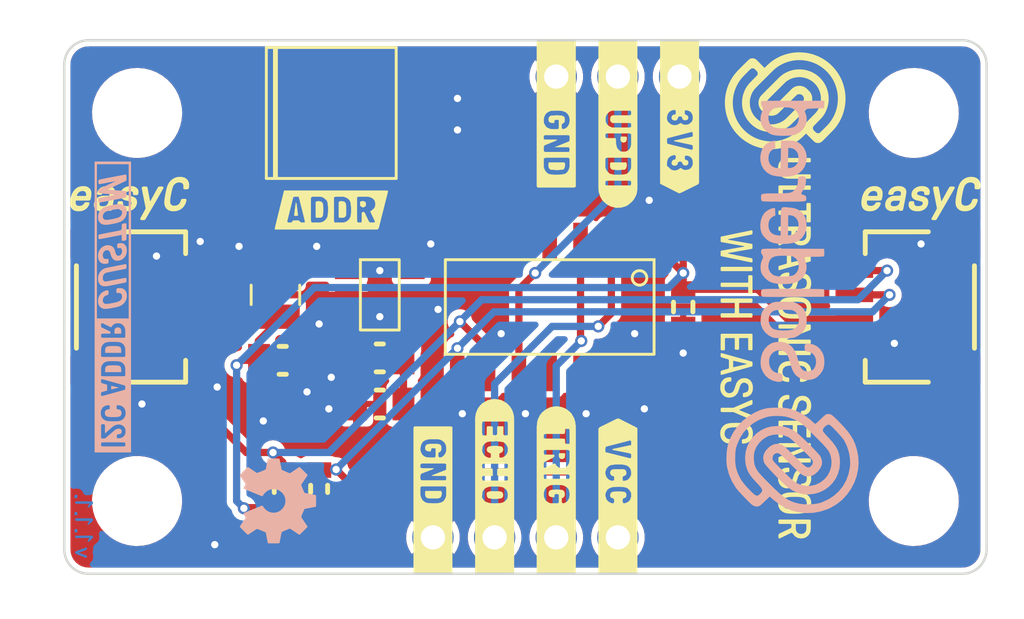
<source format=kicad_pcb>
(kicad_pcb (version 20211014) (generator pcbnew)
  (title_block (title "Ultrasonic sensor with easyC") (date "2021-06-09") (rev "V1.1.1.") (company "SOLDERED") (comment 1 "333001"))
  (layers (0 "F.Cu" signal) (31 "B.Cu" signal) (34 "B.Paste" user) (35 "F.Paste" user) (36 "B.SilkS" user "B.Silkscreen") (37 "F.SilkS" user "F.Silkscreen") (38 "B.Mask" user) (39 "F.Mask" user) (44 "Edge.Cuts" user))
  (net 0 "")
  (net 1 "GND")
  (net 2 "3V3")
  (net 3 "5V")
  (net 4 "TRIG")
  (net 5 "ECHO")
  (net 6 "SDA")
  (net 7 "SCL")
  (net 8 "UPDI")
  (net 9 "ADD3")
  (net 10 "ADD2")
  (net 11 "ADD1")
  (net 12 "Net-(L1-Pad1)")
  (footprint "Soldered Graphics:Logo-Back-SolderedFULL-17mm" (layer "F.Cu") (at 110 119 -90)
    (fp_text reference "REF**" hide)
    (fp_text value "Logo-Front-SolderedFULL-17mm" hide)
  )
  (footprint "buzzardLabel" (layer "F.Cu") (at 100.27 130.4 -90)
    (fp_text reference "" (at 0 0 90) (layer "F.SilkS") (effects (font (size 1.27 1.27))))
    (fp_text value "" (at 0 0 90) (layer "F.SilkS") (effects (font (size 1.27 1.27))))
  )
  (footprint "e-radionica.com footprinti:HOLE_3.2mm" (layer "F.Cu") (at 83 127 -90)
    (fp_text reference "H1" hide)
    (fp_text value "HOLE_3.2mm" hide)
    (pad "" np_thru_hole circle locked (at 0 0 270) (size 3.2 3.2) (drill 3.2) (layers F&B.Cu *.Mask))
  )
  (footprint "buzzardLabel" (layer "F.Cu") (at 91 115)
    (fp_text reference "" (at 0 0) (layer "F.SilkS") (effects (font (size 1.27 1.27))))
    (fp_text value "" (at 0 0) (layer "F.SilkS") (effects (font (size 1.27 1.27))))
  )
  (footprint "e-radionica.com footprinti:DSHP03TS-S" (layer "F.Cu") (at 91 111)
    (fp_text reference "K5")
    (fp_text value "DSHP03TS-S")
    (pad "1" smd rect locked (at -3.81 -1.27 90) (size 0.76 1.27) (layers "F.Cu" "F.Paste" "F.Mask") (net 11 "ADD1"))
    (pad "2" smd rect locked (at 3.81 -1.27 90) (size 0.76 1.27) (layers "F.Cu" "F.Paste" "F.Mask") (net 1 "GND"))
    (pad "3" smd rect locked (at -3.81 0 90) (size 0.76 1.27) (layers "F.Cu" "F.Paste" "F.Mask") (net 10 "ADD2"))
    (pad "4" smd rect locked (at 3.81 0 90) (size 0.76 1.27) (layers "F.Cu" "F.Paste" "F.Mask") (net 1 "GND"))
    (pad "5" smd rect locked (at -3.81 1.27 90) (size 0.76 1.27) (layers "F.Cu" "F.Paste" "F.Mask") (net 9 "ADD3"))
    (pad "6" smd rect locked (at 3.81 1.27 90) (size 0.76 1.27) (layers "F.Cu" "F.Paste" "F.Mask") (net 1 "GND"))
  )
  (footprint "e-radionica.com footprinti:0805C" (layer "F.Cu") (at 89 121.2 180)
    (fp_text reference "C4")
    (fp_text value "C1608X7S1A475K080AC")
    (pad "1" smd rect locked (at -0.975 0 270) (size 1.35 0.9) (layers "F.Cu" "F.Paste" "F.Mask") (net 1 "GND"))
    (pad "2" smd rect locked (at 0.975 0 270) (size 1.35 0.9) (layers "F.Cu" "F.Paste" "F.Mask") (net 2 "3V3"))
  )
  (footprint "e-radionica.com footprinti:0603R" (layer "F.Cu") (at 90.5 126.5 -90)
    (fp_text reference "R1")
    (fp_text value "10k")
    (pad "1" smd rect locked (at -0.775 0) (size 1 0.64) (layers "F.Cu" "F.Paste" "F.Mask") (net 6 "SDA"))
    (pad "2" smd rect locked (at 0.775 0) (size 1 0.64) (layers "F.Cu" "F.Paste" "F.Mask") (net 2 "3V3"))
  )
  (footprint "Soldered Graphics:Logo-Front-easyC-5mm" (layer "F.Cu") (at 115.3 114.5)
    (fp_text reference "G***" hide)
    (fp_text value "LOGO" hide)
  )
  (footprint "e-radionica.com footprinti:easyC-connector" (layer "F.Cu") (at 83.3 119 90)
    (fp_text reference "K2")
    (fp_text value "easyC-SMD")
    (pad "1" smd rect locked (at -1.5 2.15 90) (size 0.6 1.55) (layers "F.Cu" "F.Paste" "F.Mask") (net 7 "SCL"))
    (pad "2" smd rect locked (at -0.5 2.15 90) (size 0.6 1.55) (layers "F.Cu" "F.Paste" "F.Mask") (net 6 "SDA"))
    (pad "3" smd rect locked (at 0.5 2.15 90) (size 0.6 1.55) (layers "F.Cu" "F.Paste" "F.Mask") (net 2 "3V3"))
    (pad "4" smd rect locked (at 1.5 2.15 90) (size 0.6 1.55) (layers "F.Cu" "F.Paste" "F.Mask") (net 1 "GND"))
    (pad "5" smd rect locked (at 2.6 -2.15 90) (size 1.2 1.8) (layers "F.Cu" "F.Paste" "F.Mask") (net 1 "GND"))
    (pad "5" smd rect locked (at -2.6 -2.15 90) (size 1.2 1.8) (layers "F.Cu" "F.Paste" "F.Mask") (net 1 "GND"))
  )
  (footprint "Soldered Graphics:Logo-Front-easyC-5mm" (layer "F.Cu") (at 82.7 114.5)
    (fp_text reference "G***" hide)
    (fp_text value "LOGO" hide)
  )
  (footprint "e-radionica.com footprinti:0805C" (layer "F.Cu") (at 93 121.1)
    (fp_text reference "C2")
    (fp_text value "CL10A226MPCNUBE")
    (pad "1" smd rect locked (at -0.975 0 90) (size 1.35 0.9) (layers "F.Cu" "F.Paste" "F.Mask") (net 1 "GND"))
    (pad "2" smd rect locked (at 0.975 0 90) (size 1.35 0.9) (layers "F.Cu" "F.Paste" "F.Mask") (net 3 "5V"))
  )
  (footprint "e-radionica.com footprinti:0805C" (layer "F.Cu") (at 93 123)
    (fp_text reference "C3")
    (fp_text value "CL10A226MPCNUBE")
    (pad "1" smd rect locked (at -0.975 0 90) (size 1.35 0.9) (layers "F.Cu" "F.Paste" "F.Mask") (net 1 "GND"))
    (pad "2" smd rect locked (at 0.975 0 90) (size 1.35 0.9) (layers "F.Cu" "F.Paste" "F.Mask") (net 3 "5V"))
  )
  (footprint "Soldered Graphics:Logo-Back-OSH-3.5mm" (layer "F.Cu") (at 88.8 127 -90)
    (fp_text reference "G***" hide)
    (fp_text value "LOGO" hide)
  )
  (footprint "e-radionica.com footprinti:HOLE_3.2mm" (layer "F.Cu") (at 115 111 -90)
    (fp_text reference "H3" hide)
    (fp_text value "HOLE_3.2mm" hide)
    (pad "" np_thru_hole circle locked (at 0 0 270) (size 3.2 3.2) (drill 3.2) (layers F&B.Cu *.Mask))
  )
  (footprint "kibuzzard-62454551" (layer "F.Cu") (at 108.9 120.7 -90)
    (fp_text reference "kibuzzard-62454551" hide)
    (fp_text value "G***" hide)
  )
  (footprint "e-radionica.com footprinti:easyC-connector" (layer "F.Cu") (at 114.7 119 -90)
    (fp_text reference "K4")
    (fp_text value "easyC-SMD")
    (pad "1" smd rect locked (at -1.5 2.15 270) (size 0.6 1.55) (layers "F.Cu" "F.Paste" "F.Mask") (net 7 "SCL"))
    (pad "2" smd rect locked (at -0.5 2.15 270) (size 0.6 1.55) (layers "F.Cu" "F.Paste" "F.Mask") (net 6 "SDA"))
    (pad "3" smd rect locked (at 0.5 2.15 270) (size 0.6 1.55) (layers "F.Cu" "F.Paste" "F.Mask") (net 2 "3V3"))
    (pad "4" smd rect locked (at 1.5 2.15 270) (size 0.6 1.55) (layers "F.Cu" "F.Paste" "F.Mask") (net 1 "GND"))
    (pad "5" smd rect locked (at 2.6 -2.15 270) (size 1.2 1.8) (layers "F.Cu" "F.Paste" "F.Mask") (net 1 "GND"))
    (pad "5" smd rect locked (at -2.6 -2.15 270) (size 1.2 1.8) (layers "F.Cu" "F.Paste" "F.Mask") (net 1 "GND"))
  )
  (footprint "e-radionica.com footprinti:HOLE_3.2mm" (layer "F.Cu") (at 115 127 -90)
    (fp_text reference "H2" hide)
    (fp_text value "HOLE_3.2mm" hide)
    (pad "" np_thru_hole circle locked (at 0 0 270) (size 3.2 3.2) (drill 3.2) (layers F&B.Cu *.Mask))
  )
  (footprint "Soldered Graphics:Logo-Front-Soldered-5mm" (layer "F.Cu") (at 109.7 110.5 -90)
    (fp_text reference "G***" hide)
    (fp_text value "LOGO" hide)
  )
  (footprint "e-radionica.com footprinti:SOIC-14" (layer "F.Cu") (at 100 119 -90)
    (fp_text reference "U1")
    (fp_text value "ATTINY404-SSNR")
    (pad "1" smd rect locked (at -2.7 -3.81 270) (size 1.55 0.6) (layers "F.Cu" "F.Paste" "F.Mask") (net 2 "3V3"))
    (pad "2" smd rect locked (at -2.7 -2.54 270) (size 1.55 0.6) (layers "F.Cu" "F.Paste" "F.Mask") (net 5 "ECHO"))
    (pad "3" smd rect locked (at -2.7 -1.27 270) (size 1.55 0.6) (layers "F.Cu" "F.Paste" "F.Mask") (net 4 "TRIG"))
    (pad "4" smd rect locked (at -2.7 0 270) (size 1.55 0.6) (layers "F.Cu" "F.Paste" "F.Mask"))
    (pad "5" smd rect locked (at -2.7 1.27 270) (size 1.55 0.6) (layers "F.Cu" "F.Paste" "F.Mask") (net 9 "ADD3"))
    (pad "6" smd rect locked (at -2.7 2.54 270) (size 1.55 0.6) (layers "F.Cu" "F.Paste" "F.Mask") (net 10 "ADD2"))
    (pad "7" smd rect locked (at -2.7 3.81 270) (size 1.55 0.6) (layers "F.Cu" "F.Paste" "F.Mask") (net 11 "ADD1"))
    (pad "8" smd rect locked (at 2.7 3.81 270) (size 1.55 0.6) (layers "F.Cu" "F.Paste" "F.Mask") (net 6 "SDA"))
    (pad "9" smd rect locked (at 2.7 2.54 270) (size 1.55 0.6) (layers "F.Cu" "F.Paste" "F.Mask") (net 7 "SCL"))
    (pad "10" smd rect locked (at 2.7 1.27 270) (size 1.55 0.6) (layers "F.Cu" "F.Paste" "F.Mask") (net 8 "UPDI"))
    (pad "11" smd rect locked (at 2.7 0 270) (size 1.55 0.6) (layers "F.Cu" "F.Paste" "F.Mask"))
    (pad "12" smd rect locked (at 2.7 -1.27 270) (size 1.55 0.6) (layers "F.Cu" "F.Paste" "F.Mask"))
    (pad "13" smd rect locked (at 2.7 -2.54 270) (size 1.55 0.6) (layers "F.Cu" "F.Paste" "F.Mask"))
    (pad "14" smd rect locked (at 2.7 -3.81 270) (size 1.55 0.6) (layers "F.Cu" "F.Paste" "F.Mask") (net 1 "GND"))
  )
  (footprint "buzzardLabel" (layer "F.Cu") (at 105.35 107.6 -90)
    (fp_text reference "" (at 0 0 90) (layer "F.SilkS") (effects (font (size 1.27 1.27))))
    (fp_text value "" (at 0 0 90) (layer "F.SilkS") (effects (font (size 1.27 1.27))))
  )
  (footprint "e-radionica.com footprinti:HOLE_3.2mm" (layer "F.Cu") (at 83 111 -90)
    (fp_text reference "H4" hide)
    (fp_text value "HOLE_3.2mm" hide)
    (pad "" np_thru_hole circle locked (at 0 0 270) (size 3.2 3.2) (drill 3.2) (layers F&B.Cu *.Mask))
  )
  (footprint "e-radionica.com footprinti:tps613222a" (layer "F.Cu") (at 93 118.5)
    (fp_text reference "U2")
    (fp_text value "TPS613222A")
    (pad "1" smd rect (at -1.3 -0.95) (size 1.1 0.6) (layers "F.Cu" "F.Paste" "F.Mask") (net 12 "Net-(L1-Pad1)"))
    (pad "2" smd rect (at -1.3 0) (size 1.1 0.6) (layers "F.Cu" "F.Paste" "F.Mask") (net 1 "GND"))
    (pad "3" smd rect (at -1.3 0.95) (size 1.1 0.6) (layers "F.Cu" "F.Paste" "F.Mask"))
    (pad "4" smd rect (at 1.3 0.95) (size 1.1 0.6) (layers "F.Cu" "F.Paste" "F.Mask") (net 3 "5V"))
    (pad "5" smd rect (at 1.3 -0.95) (size 1.1 0.6) (layers "F.Cu" "F.Paste" "F.Mask"))
  )
  (footprint "e-radionica.com footprinti:0603C" (layer "F.Cu") (at 105.5 119 -90)
    (fp_text reference "C1")
    (fp_text value "100n")
    (pad "1" smd rect locked (at -0.73 0 270) (size 0.66 1) (layers "F.Cu" "F.Paste" "F.Mask") (net 2 "3V3"))
    (pad "2" smd rect locked (at 0.73 0 270) (size 0.66 1) (layers "F.Cu" "F.Paste" "F.Mask") (net 1 "GND"))
  )
  (footprint "buzzardLabel" (layer "F.Cu") (at 102.81 107.6 -90)
    (fp_text reference "" (at 0 0 90) (layer "F.SilkS") (effects (font (size 1.27 1.27))))
    (fp_text value "" (at 0 0 90) (layer "F.SilkS") (effects (font (size 1.27 1.27))))
  )
  (footprint "e-radionica.com footprinti:0603R" (layer "F.Cu") (at 89 126.5 -90)
    (fp_text reference "R2")
    (fp_text value "10k")
    (pad "1" smd rect locked (at -0.775 0) (size 1 0.64) (layers "F.Cu" "F.Paste" "F.Mask") (net 7 "SCL"))
    (pad "2" smd rect locked (at 0.775 0) (size 1 0.64) (layers "F.Cu" "F.Paste" "F.Mask") (net 2 "3V3"))
  )
  (footprint "buzzardLabel" (layer "F.Cu") (at 102.81 130.4 -90)
    (fp_text reference "" (at 0 0 90) (layer "F.SilkS") (effects (font (size 1.27 1.27))))
    (fp_text value "" (at 0 0 90) (layer "F.SilkS") (effects (font (size 1.27 1.27))))
  )
  (footprint "buzzardLabel" (layer "F.Cu") (at 100.27 107.6 -90)
    (fp_text reference "" (at 0 0 90) (layer "F.SilkS") (effects (font (size 1.27 1.27))))
    (fp_text value "" (at 0 0 90) (layer "F.SilkS") (effects (font (size 1.27 1.27))))
  )
  (footprint "buzzardLabel" (layer "F.Cu") (at 97.73 130.4 -90)
    (fp_text reference "" (at 0 0 90) (layer "F.SilkS") (effects (font (size 1.27 1.27))))
    (fp_text value "" (at 0 0 90) (layer "F.SilkS") (effects (font (size 1.27 1.27))))
  )
  (footprint "e-radionica.com footprinti:0806L" (layer "F.Cu") (at 88.7 118.5 -90)
    (fp_text reference "L1")
    (fp_text value "DFE201612E-2R2M=P2")
    (pad "1" smd rect (at -0.9 0 270) (size 1 2) (layers "F.Cu" "F.Paste" "F.Mask") (net 12 "Net-(L1-Pad1)"))
    (pad "2" smd rect (at 0.9 0 270) (size 1 2) (layers "F.Cu" "F.Paste" "F.Mask") (net 2 "3V3"))
  )
  (footprint "buzzardLabel" (layer "F.Cu") (at 95.19 130.4 -90)
    (fp_text reference "" (at 0 0 90) (layer "F.SilkS") (effects (font (size 1.27 1.27))))
    (fp_text value "" (at 0 0 90) (layer "F.SilkS") (effects (font (size 1.27 1.27))))
  )
  (footprint "e-radionica.com footprinti:FIDUCIAL_23" (layer "F.Cu") (at 82 119 -90)
    (fp_text reference "FD1")
    (fp_text value "FIDUCIAL")
    (fp_circle (center 0 0) (end 1 0) (layer "F.Cu") (width 0.2) (fill none))
    (pad "1" smd circle (at 0 0 270) (size 1 1) (layers "F.Cu" "F.Paste" "F.Mask") (clearance 1.1))
  )
  (footprint "e-radionica.com footprinti:HEADER-UPDI" (layer "B.Cu") (at 102.81 109.5 180)
    (fp_text reference "K3")
    (fp_text value "HEADER-UPDI")
    (pad "1" thru_hole circle locked (at -2.54 0 180) (size 1.7 1.7) (drill 1) (layers *.Cu *.Mask) (net 2 "3V3"))
    (pad "2" thru_hole circle locked (at 0 0 180) (size 1.7 1.7) (drill 1) (layers *.Cu *.Mask) (net 8 "UPDI"))
    (pad "3" thru_hole circle locked (at 2.54 0 180) (size 1.7 1.7) (drill 1) (layers *.Cu *.Mask) (net 1 "GND"))
  )
  (footprint "Soldered Graphics:Version1.1.1." (layer "B.Cu") (at 80.8 128 90)
    (fp_text reference "REF**" hide)
    (fp_text value "Version1.1.1." hide)
    (fp_poly (pts (xy -0.5 -0.35) (xy -0.44 -0.35) (xy -0.43 -0.31) (xy -0.43 0.35) (xy -0.46 0.38) (xy -0.52 0.38) (xy -0.55 0.34) (xy -0.67 0.22) (xy -0.68 0.17) (xy -0.65 0.16) (xy -0.56 0.22) (xy -0.52 0.23) (xy -0.52 -0.31) (xy -0.5 -0.35)) (layer "B.Cu") (width 0.01) (fill solid))
    (fp_poly (pts (xy -1.15 -0.35) (xy -1.1 -0.35) (xy -1.07 -0.31) (xy -0.92 0.1) (xy -0.94 0.13) (xy -0.99 0.13) (xy -1.02 0.1) (xy -1.11 -0.16) (xy -1.13 -0.21) (xy -1.15 -0.17) (xy -1.24 0.09) (xy -1.26 0.13) (xy -1.32 0.13) (xy -1.34 0.1) (xy -1.18 -0.31) (xy -1.15 -0.35)) (layer "B.Cu") (width 0.01) (fill solid))
    (fp_poly (pts (xy -0.27 -0.38) (xy -0.22 -0.38) (xy -0.17 -0.37) (xy -0.16 -0.33) (xy -0.16 -0.27) (xy -0.21 -0.26) (xy -0.26 -0.26) (xy -0.29 -0.29) (xy -0.29 -0.34) (xy -0.27 -0.38)) (layer "B.Cu") (width 0.01) (fill solid))
    (fp_poly (pts (xy 0.43 -0.38) (xy 0.48 -0.38) (xy 0.54 -0.37) (xy 0.54 -0.33) (xy 0.54 -0.27) (xy 0.5 -0.26) (xy 0.45 -0.26) (xy 0.42 -0.29) (xy 0.42 -0.34) (xy 0.43 -0.38)) (layer "B.Cu") (width 0.01) (fill solid))
    (fp_poly (pts (xy 0.91 -0.35) (xy 0.96 -0.35) (xy 0.98 -0.31) (xy 0.98 0.35) (xy 0.95 0.38) (xy 0.89 0.38) (xy 0.86 0.34) (xy 0.74 0.22) (xy 0.73 0.17) (xy 0.76 0.16) (xy 0.85 0.22) (xy 0.89 0.23) (xy 0.89 -0.31) (xy 0.91 -0.35)) (layer "B.Cu") (width 0.01) (fill solid))
    (fp_poly (pts (xy 0.21 -0.35) (xy 0.26 -0.35) (xy 0.28 -0.31) (xy 0.28 0.35) (xy 0.24 0.38) (xy 0.19 0.38) (xy 0.15 0.34) (xy 0.04 0.22) (xy 0.02 0.17) (xy 0.05 0.16) (xy 0.14 0.22) (xy 0.18 0.23) (xy 0.18 -0.31) (xy 0.21 -0.35)) (layer "B.Cu") (width 0.01) (fill solid))
    (fp_poly (pts (xy 1.14 -0.38) (xy 1.19 -0.38) (xy 1.24 -0.37) (xy 1.25 -0.33) (xy 1.25 -0.27) (xy 1.2 -0.26) (xy 1.15 -0.26) (xy 1.12 -0.29) (xy 1.12 -0.34) (xy 1.14 -0.38)) (layer "B.Cu") (width 0.01) (fill solid))
  )
  (footprint "e-radionica.com footprinti:HEADER_MALE_4X1" (layer "B.Cu") (at 99 128.5)
    (fp_text reference "K1")
    (fp_text value "HEADER_MALE_4X1")
    (pad "1" thru_hole circle locked (at -3.81 0) (size 1.7 1.7) (drill 1) (layers *.Cu *.Mask) (net 1 "GND"))
    (pad "2" thru_hole circle locked (at -1.27 0) (size 1.7 1.7) (drill 1) (layers *.Cu *.Mask) (net 5 "ECHO"))
    (pad "3" thru_hole circle locked (at 1.27 0) (size 1.7 1.7) (drill 1) (layers *.Cu *.Mask) (net 4 "TRIG"))
    (pad "4" thru_hole circle locked (at 3.81 0) (size 1.7 1.7) (drill 1) (layers *.Cu *.Mask) (net 3 "5V"))
  )
  (footprint "Soldered Graphics:Symbol-Front_I2C_ADDR_CUSTOM" (layer "B.Cu") (at 82 119 90)
    (fp_text reference "REF**" hide)
    (fp_text value "Symbol-Front_I2C_ADDR_CUSTOM" hide)
  )
  (gr_arc (start 118 129) (mid 117.707107 129.707107) (end 117 130) (layer "Edge.Cuts") (width 0.1))
  (gr_line (start 80 129) (end 80 109) (layer "Edge.Cuts") (width 0.1))
  (gr_line (start 117 130) (end 81 130) (layer "Edge.Cuts") (width 0.1))
  (gr_arc (start 80 109) (mid 80.292893 108.292893) (end 81 108) (layer "Edge.Cuts") (width 0.1))
  (gr_line (start 81 108) (end 117 108) (layer "Edge.Cuts") (width 0.1))
  (gr_line (start 118 109) (end 118 129) (layer "Edge.Cuts") (width 0.1))
  (gr_arc (start 81 130) (mid 80.292893 129.707107) (end 80 129) (layer "Edge.Cuts") (width 0.1))
  (gr_arc (start 117 108) (mid 117.707107 108.292893) (end 118 109) (layer "Edge.Cuts") (width 0.1))
  (via (at 103.5 120.1) (size 0.5) (drill 0.3) (layers "F.Cu" "B.Cu") (net 1))
  (via (at 114.2 120.5) (size 0.5) (drill 0.3) (layers "F.Cu" "B.Cu") (net 1))
  (via (at 95.4 119.1) (size 0.5) (drill 0.3) (layers "F.Cu" "B.Cu") (net 1))
  (via (at 83.8 116.9) (size 0.5) (drill 0.3) (layers "F.Cu" "B.Cu") (net 1))
  (via (at 90.5 119.7) (size 0.5) (drill 0.3) (layers "F.Cu" "B.Cu") (net 1))
  (via (at 96.4 123.4) (size 0.5) (drill 0.3) (layers "F.Cu" "B.Cu") (net 1))
  (via (at 96.2 111.7) (size 0.5) (drill 0.3) (layers "F.Cu" "B.Cu") (net 1))
  (via (at 115.3 116.4) (size 0.5) (drill 0.3) (layers "F.Cu" "B.Cu") (net 1))
  (via (at 86.3 122.3) (size 0.5) (drill 0.3) (layers "F.Cu" "B.Cu") (net 1))
  (via (at 101.5 123.4) (size 0.5) (drill 0.3) (layers "F.Cu" "B.Cu") (net 1))
  (via (at 95.1 116.4) (size 0.5) (drill 0.3) (layers "F.Cu" "B.Cu") (net 1))
  (via (at 83.2 123) (size 0.5) (drill 0.3) (layers "F.Cu" "B.Cu") (net 1))
  (via (at 91 121.9) (size 0.5) (drill 0.3) (layers "F.Cu" "B.Cu") (net 1))
  (via (at 88.2 123.7) (size 0.5) (drill 0.3) (layers "F.Cu" "B.Cu") (net 1))
  (via (at 85.6 116.3) (size 0.5) (drill 0.3) (layers "F.Cu" "B.Cu") (net 1))
  (via (at 98 120.1) (size 0.5) (drill 0.3) (layers "F.Cu" "B.Cu") (net 1))
  (via (at 90.9 123.2) (size 0.5) (drill 0.3) (layers "F.Cu" "B.Cu") (net 1))
  (via (at 96.2 110.4) (size 0.5) (drill 0.3) (layers "F.Cu" "B.Cu") (net 1))
  (via (at 93 119.4) (size 0.5) (drill 0.3) (layers "F.Cu" "B.Cu") (net 1))
  (via (at 105.5 120.9) (size 0.5) (drill 0.3) (layers "F.Cu" "B.Cu") (net 1))
  (via (at 103.9 123.2) (size 0.5) (drill 0.3) (layers "F.Cu" "B.Cu") (net 1))
  (via (at 104.1 114.6) (size 0.5) (drill 0.3) (layers "F.Cu" "B.Cu") (net 1))
  (via (at 86.2 128.8) (size 0.5) (drill 0.3) (layers "F.Cu" "B.Cu") (net 1))
  (via (at 90 122.5) (size 0.5) (drill 0.3) (layers "F.Cu" "B.Cu") (net 1))
  (via (at 99 123.4) (size 0.5) (drill 0.3) (layers "F.Cu" "B.Cu") (net 1))
  (via (at 90.4 116.5) (size 0.5) (drill 0.3) (layers "F.Cu" "B.Cu") (net 1))
  (via (at 93 117.5) (size 0.5) (drill 0.3) (layers "F.Cu" "B.Cu") (net 1))
  (via (at 87.2 116.5) (size 0.5) (drill 0.3) (layers "F.Cu" "B.Cu") (net 1))
  (segment (start 105.5 118.27) (end 105.5 117.6) (width 0.3) (layer "F.Cu") (net 2))
  (segment (start 112.55 119.5) (end 109.8 119.5) (width 0.3) (layer "F.Cu") (net 2))
  (segment (start 105.5 109.65) (end 105.35 109.5) (width 0.3) (layer "F.Cu") (net 2))
  (segment (start 105.4 117.6) (end 105.5 117.6) (width 0.3) (layer "F.Cu") (net 2))
  (segment (start 88.77 119.37) (end 88.7 119.3) (width 0.3) (layer "F.Cu") (net 2))
  (segment (start 87.7 119.4) (end 88.7 119.4) (width 0.3) (layer "F.Cu") (net 2))
  (segment (start 108.57 118.27) (end 105.5 118.27) (width 0.3) (layer "F.Cu") (net 2))
  (segment (start 103.81 116.3) (end 104.2 116.3) (width 0.3) (layer "F.Cu") (net 2))
  (segment (start 88 121.175) (end 88.025 121.2) (width 0.3) (layer "F.Cu") (net 2))
  (segment (start 86.8 118.5) (end 87.7 119.4) (width 0.3) (layer "F.Cu") (net 2))
  (segment (start 87.4 127.3) (end 87.425 127.275) (width 0.3) (layer "F.Cu") (net 2))
  (segment (start 88.7 119.7) (end 88 120.4) (width 0.3) (layer "F.Cu") (net 2))
  (segment (start 88.025 121.2) (end 87.3 121.2) (width 0.3) (layer "F.Cu") (net 2))
  (segment (start 90.5 127.275) (end 89 127.275) (width 0.3) (layer "F.Cu") (net 2))
  (segment (start 105.5 117.6) (end 105.5 109.65) (width 0.3) (layer "F.Cu") (net 2))
  (segment (start 87.3 121.2) (end 87.1 121.4) (width 0.3) (layer "F.Cu") (net 2))
  (segment (start 88 120.4) (end 88 121.175) (width 0.3) (layer "F.Cu") (net 2))
  (segment (start 87.425 127.275) (end 89 127.275) (width 0.3) (layer "F.Cu") (net 2))
  (segment (start 104.2 116.3) (end 105.5 117.6) (width 0.3) (layer "F.Cu") (net 2))
  (segment (start 88.7 119.4) (end 88.7 119.7) (width 0.3) (layer "F.Cu") (net 2))
  (segment (start 109.8 119.5) (end 108.57 118.27) (width 0.3) (layer "F.Cu") (net 2))
  (segment (start 85.45 118.5) (end 86.8 118.5) (width 0.3) (layer "F.Cu") (net 2))
  (via (at 105.5 117.6) (size 0.5) (drill 0.3) (layers "F.Cu" "B.Cu") (net 2))
  (via (at 87.4 127.3) (size 0.5) (drill 0.3) (layers "F.Cu" "B.Cu") (net 2))
  (via (at 87.1 121.4) (size 0.5) (drill 0.3) (layers "F.Cu" "B.Cu") (net 2))
  (segment (start 99 118.2) (end 104.9 118.2) (width 0.3) (layer "B.Cu") (net 2))
  (segment (start 87.1 121.4) (end 87.1 127) (width 0.3) (layer "B.Cu") (net 2))
  (segment (start 104.9 118.2) (end 105.5 117.6) (width 0.3) (layer "B.Cu") (net 2))
  (segment (start 90.30002 118.19998) (end 98.99998 118.19998) (width 0.3) (layer "B.Cu") (net 2))
  (segment (start 87.1 127) (end 87.4 127.3) (width 0.3) (layer "B.Cu") (net 2))
  (segment (start 98.99998 118.19998) (end 99 118.2) (width 0.3) (layer "B.Cu") (net 2))
  (segment (start 87.1 121.4) (end 90.30002 118.19998) (width 0.3) (layer "B.Cu") (net 2))
  (segment (start 93.975 123) (end 93.975 123.975) (width 0.3) (layer "F.Cu") (net 3))
  (segment (start 94.3 119.45) (end 94.3 120.775) (width 0.3) (layer "F.Cu") (net 3))
  (segment (start 102.81 126.71) (end 102.81 128.5) (width 0.3) (layer "F.Cu") (net 3))
  (segment (start 101.9 125.8) (end 102.81 126.71) (width 0.3) (layer "F.Cu") (net 3))
  (segment (start 93.975 123.975) (end 95.8 125.8) (width 0.3) (layer "F.Cu") (net 3))
  (segment (start 94.3 120.775) (end 93.975 121.1) (width 0.3) (layer "F.Cu") (net 3))
  (segment (start 93.975 121.1) (end 93.975 123) (width 0.3) (layer "F.Cu") (net 3))
  (segment (start 95.8 125.8) (end 101.9 125.8) (width 0.3) (layer "F.Cu") (net 3))
  (segment (start 101.27 120.37) (end 101.27 116.3) (width 0.3) (layer "F.Cu") (net 4))
  (segment (start 101.3 120.4) (end 101.27 120.37) (width 0.3) (layer "F.Cu") (net 4))
  (via (at 101.3 120.4) (size 0.5) (drill 0.3) (layers "F.Cu" "B.Cu") (net 4))
  (segment (start 100.27 121.43) (end 100.27 128.5) (width 0.3) (layer "B.Cu") (net 4))
  (segment (start 101.3 120.4) (end 100.27 121.43) (width 0.3) (layer "B.Cu") (net 4))
  (segment (start 102.54 119.26) (end 102.54 116.3) (width 0.3) (layer "F.Cu") (net 5))
  (segment (start 102 119.8) (end 102.54 119.26) (width 0.3) (layer "F.Cu") (net 5))
  (via (at 102 119.8) (size 0.5) (drill 0.3) (layers "F.Cu" "B.Cu") (net 5))
  (segment (start 102 119.8) (end 100.1 119.8) (width 0.3) (layer "B.Cu") (net 5))
  (segment (start 97.73 122.17) (end 97.73 128.5) (width 0.3) (layer "B.Cu") (net 5))
  (segment (start 100.1 119.8) (end 97.73 122.17) (width 0.3) (layer "B.Cu") (net 5))
  (segment (start 91.4 128.2) (end 87.3 128.2) (width 0.3) (layer "F.Cu") (net 6))
  (segment (start 91.7 127.9) (end 91.4 128.2) (width 0.3) (layer "F.Cu") (net 6))
  (segment (start 84.2 119.5) (end 85.45 119.5) (width 0.3) (layer "F.Cu") (net 6))
  (segment (start 96.19 120.71) (end 96.19 121.7) (width 0.3) (layer "F.Cu") (net 6))
  (segment (start 90.5 125.725) (end 90.5 125.6) (width 0.3) (layer "F.Cu") (net 6))
  (segment (start 96.2 120.7) (end 96.19 120.71) (width 0.3) (layer "F.Cu") (net 6))
  (segment (start 87.3 128.2) (end 86.5 127.4) (width 0.3) (layer "F.Cu") (net 6))
  (segment (start 90.525 125.7) (end 90.5 125.725) (width 0.3) (layer "F.Cu") (net 6))
  (segment (start 83.7 120) (end 84.2 119.5) (width 0.3) (layer "F.Cu") (net 6))
  (segment (start 114 118.5) (end 112.55 118.5) (width 0.3) (layer "F.Cu") (net 6))
  (segment (start 86.5 124.9) (end 83.7 122.1) (width 0.3) (layer "F.Cu") (net 6))
  (segment (start 86.5 127.4) (end 86.5 124.9) (width 0.3) (layer "F.Cu") (net 6))
  (segment (start 91.2 125.7) (end 91.7 126.2) (width 0.3) (layer "F.Cu") (net 6))
  (segment (start 91.7 126.2) (end 91.7 127.9) (width 0.3) (layer "F.Cu") (net 6))
  (segment (start 83.7 122.1) (end 83.7 120) (width 0.3) (layer "F.Cu") (net 6))
  (segment (start 91.2 125.7) (end 90.525 125.7) (width 0.3) (layer "F.Cu") (net 6))
  (via (at 91.2 125.7) (size 0.5) (drill 0.3) (layers "F.Cu" "B.Cu") (net 6))
  (via (at 96.2 120.7) (size 0.5) (drill 0.3) (layers "F.Cu" "B.Cu") (net 6))
  (via (at 114 118.5) (size 0.5) (drill 0.3) (layers "F.Cu" "B.Cu") (net 6))
  (segment (start 97.7 119.2) (end 113.3 119.2) (width 0.3) (layer "B.Cu") (net 6))
  (segment (start 96.2 120.7) (end 97.7 119.2) (width 0.3) (layer "B.Cu") (net 6))
  (segment (start 113.3 119.2) (end 114 118.5) (width 0.3) (layer "B.Cu") (net 6))
  (segment (start 91.2 125.7) (end 96.2 120.7) (width 0.3) (layer "B.Cu") (net 6))
  (segment (start 113.9 117.5) (end 112.55 117.5) (width 0.3) (layer "F.Cu") (net 7))
  (segment (start 96.3 119.6) (end 97.46 120.76) (width 0.3) (layer "F.Cu") (net 7))
  (segment (start 89 125.4) (end 89 125.725) (width 0.3) (layer "F.Cu") (net 7))
  (segment (start 88.6 125) (end 89 125.4) (width 0.3) (layer "F.Cu") (net 7))
  (segment (start 85.45 122.95) (end 85.45 120.5) (width 0.3) (layer "F.Cu") (net 7))
  (segment (start 97.46 120.76) (end 97.46 121.7) (width 0.3) (layer "F.Cu") (net 7))
  (segment (start 88.6 125) (end 87.5 125) (width 0.3) (layer "F.Cu") (net 7))
  (segment (start 87.5 125) (end 85.45 122.95) (width 0.3) (layer "F.Cu") (net 7))
  (via (at 88.6 125) (size 0.5) (drill 0.3) (layers "F.Cu" "B.Cu") (net 7))
  (via (at 113.9 117.5) (size 0.5) (drill 0.3) (layers "F.Cu" "B.Cu") (net 7))
  (via (at 96.3 119.6) (size 0.5) (drill 0.3) (layers "F.Cu" "B.Cu") (net 7))
  (segment (start 96.3 119.6) (end 97.2 118.7) (width 0.3) (layer "B.Cu") (net 7))
  (segment (start 112.7 118.7) (end 113.9 117.5) (width 0.3) (layer "B.Cu") (net 7))
  (segment (start 90.9 125) (end 96.3 119.6) (width 0.3) (layer "B.Cu") (net 7))
  (segment (start 97.2 118.7) (end 112.7 118.7) (width 0.3) (layer "B.Cu") (net 7))
  (segment (start 88.6 125) (end 90.9 125) (width 0.3) (layer "B.Cu") (net 7))
  (segment (start 98.73 118.27) (end 98.73 121.7) (width 0.3) (layer "F.Cu") (net 8))
  (segment (start 99.4 117.6) (end 98.73 118.27) (width 0.3) (layer "F.Cu") (net 8))
  (via (at 99.4 117.6) (size 0.5) (drill 0.3) (layers "F.Cu" "B.Cu") (net 8))
  (segment (start 102.81 114.19) (end 102.81 109.5) (width 0.3) (layer "B.Cu") (net 8))
  (segment (start 99.4 117.6) (end 102.81 114.19) (width 0.3) (layer "B.Cu") (net 8))
  (segment (start 89 113.8) (end 87.47 112.27) (width 0.3) (layer "F.Cu") (net 9))
  (segment (start 98.73 115.23) (end 97.3 113.8) (width 0.3) (layer "F.Cu") (net 9))
  (segment (start 98.73 116.3) (end 98.73 115.23) (width 0.3) (layer "F.Cu") (net 9))
  (segment (start 97.3 113.8) (end 89 113.8) (width 0.3) (layer "F.Cu") (net 9))
  (segment (start 87.47 112.27) (end 87.19 112.27) (width 0.3) (layer "F.Cu") (net 9))
  (segment (start 86 111.4) (end 86.4 111) (width 0.3) (layer "F.Cu") (net 10))
  (segment (start 97.46 115.26) (end 96.5 114.3) (width 0.3) (layer "F.Cu") (net 10))
  (segment (start 96.5 114.3) (end 87.3 114.3) (width 0.3) (layer "F.Cu") (net 10))
  (segment (start 87.3 114.3) (end 86 113) (width 0.3) (layer "F.Cu") (net 10))
  (segment (start 97.46 116.3) (end 97.46 115.26) (width 0.3) (layer "F.Cu") (net 10))
  (segment (start 86.4 111) (end 87.19 111) (width 0.3) (layer "F.Cu") (net 10))
  (segment (start 86 113) (end 86 111.4) (width 0.3) (layer "F.Cu") (net 10))
  (segment (start 96.19 115.19) (end 95.8 114.8) (width 0.3) (layer "F.Cu") (net 11))
  (segment (start 85.49998 112.792884) (end 85.5 112.792864) (width 0.3) (layer "F.Cu") (net 11))
  (segment (start 96.19 116.3) (end 96.19 115.19) (width 0.3) (layer "F.Cu") (net 11))
  (segment (start 95.8 114.8) (end 87.092864 114.8) (width 0.3) (layer "F.Cu") (net 11))
  (segment (start 85.49998 113.207116) (end 85.49998 112.792884) (width 0.3) (layer "F.Cu") (net 11))
  (segment (start 86.37 109.73) (end 87.19 109.73) (width 0.3) (layer "F.Cu") (net 11))
  (segment (start 87.092864 114.8) (end 85.49998 113.207116) (width 0.3) (layer "F.Cu") (net 11))
  (segment (start 85.5 110.6) (end 86.37 109.73) (width 0.3) (layer "F.Cu") (net 11))
  (segment (start 85.5 112.792864) (end 85.5 110.6) (width 0.3) (layer "F.Cu") (net 11))
  (segment (start 88.75 117.55) (end 88.7 117.6) (width 0.3) (layer "F.Cu") (net 12))
  (segment (start 91.5 117.55) (end 88.75 117.55) (width 0.3) (layer "F.Cu") (net 12))
  (segment (start 88.85 117.55) (end 88.7 117.7) (width 0.3) (layer "F.Cu") (net 12))
  (zone (net 1) (net_name "GND") (layers F&B.Cu) (connect_pads (clearance 0.254)) (min_thickness 0.254) (fill yes (thermal_gap 0.254) (thermal_bridge_width 0.254))
    (polygon (pts (xy 80 130) (xy 80 108) (xy 118 108) (xy 118 130)))
  )
)
</source>
